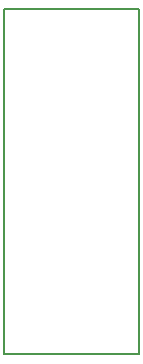
<source format=gko>
G04 #@! TF.FileFunction,Profile,NP*
%FSLAX46Y46*%
G04 Gerber Fmt 4.6, Leading zero omitted, Abs format (unit mm)*
G04 Created by KiCad (PCBNEW (2016-05-03 BZR 6266)-product) date Mon Jul 11 04:52:19 2016*
%MOMM*%
%LPD*%
G01*
G04 APERTURE LIST*
%ADD10C,0.350000*%
%ADD11C,0.150000*%
G04 APERTURE END LIST*
D10*
D11*
X140335000Y-86995000D02*
X140335000Y-116205000D01*
X151765000Y-86995000D02*
X140335000Y-86995000D01*
X151765000Y-116205000D02*
X151765000Y-86995000D01*
X140335000Y-116205000D02*
X151765000Y-116205000D01*
M02*

</source>
